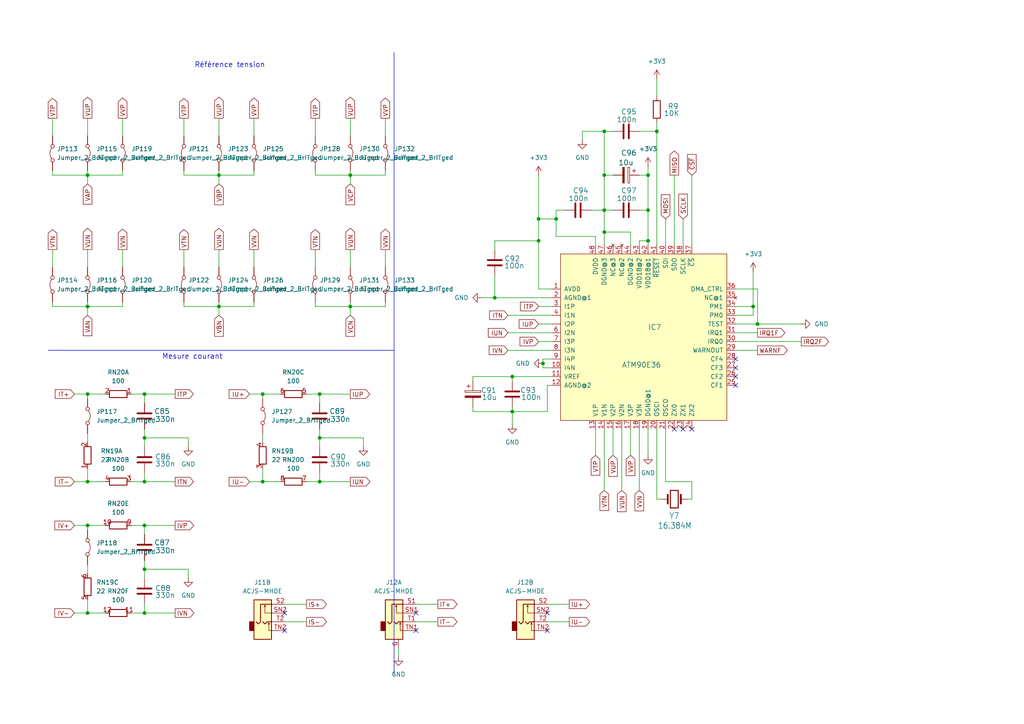
<source format=kicad_sch>
(kicad_sch (version 20231120) (generator "eeschema") (generator_version "8.0")
  (paper "A4")
  (lib_symbols
    (symbol "Connector_Audio:AudioJack2_Dual_Ground_Switch"
      (property "Reference" "J" (at 0 11.43 0))
      (property "Value" "AudioJack2_Dual_Ground_Switch" (at 0 8.89 0))
      (symbol "AudioJack2_Dual_Ground_Switch_1_1"
        (pin passive line (at 0 -7.62 90) (length 2.54) (name "~") (number "G"))
        (pin passive line (at 5.08 5.08 180) (length 2.54) (name "~") (number "S1"))
        (pin passive line (at 5.08 2.54 180) (length 2.54) (name "~") (number "SN1"))
        (pin passive line (at 5.08 0 180) (length 2.54) (name "~") (number "T1"))
        (pin passive line (at 5.08 -2.54 180) (length 2.54) (name "~") (number "TN1"))
      )
      (symbol "AudioJack2_Dual_Ground_Switch_2_1"
        (pin passive line (at 5.08 5.08 180) (length 2.54) (name "~") (number "S2"))
        (pin passive line (at 5.08 2.54 180) (length 2.54) (name "~") (number "SN2"))
        (pin passive line (at 5.08 0 180) (length 2.54) (name "~") (number "T2"))
        (pin passive line (at 5.08 -2.54 180) (length 2.54) (name "~") (number "TN2"))
      )
    )
    (symbol "Device:C" (pin_numbers hide) (pin_names (offset 0.254))
      (property "Reference" "C" (at 0.635 2.54 0))
      (property "Value" "C" (at 0.635 -2.54 0))
      (symbol "C_1_1"
        (pin passive line (at 0 3.81 270) (length 2.794) (name "~") (number "1"))
        (pin passive line (at 0 -3.81 90) (length 2.794) (name "~") (number "2"))
      )
    )
    (symbol "Device:C_Polarized" (pin_numbers hide) (pin_names (offset 0.254))
      (property "Reference" "C" (at 0.635 2.54 0))
      (property "Value" "C_Polarized" (at 0.635 -2.54 0))
      (symbol "C_Polarized_1_1"
        (pin passive line (at 0 3.81 270) (length 2.794) (name "~") (number "1"))
        (pin passive line (at 0 -3.81 90) (length 2.794) (name "~") (number "2"))
      )
    )
    (symbol "Device:Crystal" (pin_numbers hide) (pin_names (offset 1.016) hide)
      (property "Reference" "Y" (at 0 3.81 0))
      (property "Value" "Crystal" (at 0 -3.81 0))
      (symbol "Crystal_1_1"
        (pin passive line (at -3.81 0 0) (length 1.27) (name "1") (number "1"))
        (pin passive line (at 3.81 0 180) (length 1.27) (name "2") (number "2"))
      )
    )
    (symbol "Device:R" (pin_numbers hide) (pin_names (offset 0))
      (property "Reference" "R" (at 2.032 0 90))
      (property "Value" "R" (at 0 0 90))
      (symbol "R_1_1"
        (pin passive line (at 0 3.81 270) (length 1.27) (name "~") (number "1"))
        (pin passive line (at 0 -3.81 90) (length 1.27) (name "~") (number "2"))
      )
    )
    (symbol "Device:R_Pack03_SIP_Split" (pin_names (offset 0) hide)
      (property "Reference" "RN" (at 2.032 0 90))
      (property "Value" "R_Pack03_SIP_Split" (at 0 0 90))
      (symbol "R_Pack03_SIP_Split_1_1"
        (pin passive line (at 0 -3.81 90) (length 1.27) (name "R1.1") (number "1"))
        (pin passive line (at 0 3.81 270) (length 1.27) (name "R1.2") (number "2"))
      )
      (symbol "R_Pack03_SIP_Split_2_1"
        (pin passive line (at 0 -3.81 90) (length 1.27) (name "R2.1") (number "3"))
        (pin passive line (at 0 3.81 270) (length 1.27) (name "R2.2") (number "4"))
      )
      (symbol "R_Pack03_SIP_Split_3_1"
        (pin passive line (at 0 -3.81 90) (length 1.27) (name "R3.1") (number "5"))
        (pin passive line (at 0 3.81 270) (length 1.27) (name "R3.2") (number "6"))
      )
    )
    (symbol "Device:R_Pack06_SIP_Split" (pin_names (offset 0) hide)
      (property "Reference" "RN" (at 2.032 0 90))
      (property "Value" "R_Pack06_SIP_Split" (at 0 0 90))
      (symbol "R_Pack06_SIP_Split_1_1"
        (pin passive line (at 0 -3.81 90) (length 1.27) (name "R1.1") (number "1"))
        (pin passive line (at 0 3.81 270) (length 1.27) (name "R1.2") (number "2"))
      )
      (symbol "R_Pack06_SIP_Split_2_1"
        (pin passive line (at 0 -3.81 90) (length 1.27) (name "R2.1") (number "3"))
        (pin passive line (at 0 3.81 270) (length 1.27) (name "R2.2") (number "4"))
      )
      (symbol "R_Pack06_SIP_Split_3_1"
        (pin passive line (at 0 -3.81 90) (length 1.27) (name "R3.1") (number "5"))
        (pin passive line (at 0 3.81 270) (length 1.27) (name "R3.2") (number "6"))
      )
      (symbol "R_Pack06_SIP_Split_4_1"
        (pin passive line (at 0 -3.81 90) (length 1.27) (name "R4.1") (number "7"))
        (pin passive line (at 0 3.81 270) (length 1.27) (name "R4.2") (number "8"))
      )
      (symbol "R_Pack06_SIP_Split_5_1"
        (pin passive line (at 0 3.81 270) (length 1.27) (name "R5.2") (number "10"))
        (pin passive line (at 0 -3.81 90) (length 1.27) (name "R5.1") (number "9"))
      )
      (symbol "R_Pack06_SIP_Split_6_1"
        (pin passive line (at 0 -3.81 90) (length 1.27) (name "R6.1") (number "11"))
        (pin passive line (at 0 3.81 270) (length 1.27) (name "R6.2") (number "12"))
      )
    )
    (symbol "Jumper:Jumper_2_Bridged" (pin_numbers hide) (pin_names (offset 0) hide) (exclude_from_sim yes)
      (property "Reference" "JP" (at 0 1.905 0))
      (property "Value" "Jumper_2_Bridged" (at 0 -2.54 0))
      (symbol "Jumper_2_Bridged_1_1"
        (pin passive line (at -5.08 0 0) (length 2.54) (name "A") (number "1"))
        (pin passive line (at 5.08 0 180) (length 2.54) (name "B") (number "2"))
      )
    )
    (symbol "User_Lib_IC:ATM90E36" (pin_names (offset 1.016))
      (property "Reference" "IC?" (at 0.254 1.524 0))
      (property "Value" "ATM90E36" (at -5.588 -5.08 0))
      (symbol "ATM90E36_1_0"
        (pin power_in line (at -27.94 12.7 0) (length 2.54) (name "AVDD") (number "1"))
        (pin input line (at -27.94 -10.16 0) (length 2.54) (name "I4N") (number "10"))
        (pin bidirectional line (at -27.94 -12.7 0) (length 2.54) (name "VREF") (number "11"))
        (pin power_in line (at -27.94 -15.24 0) (length 2.54) (name "AGND@2") (number "12"))
        (pin input line (at -15.24 -27.94 90) (length 2.54) (name "V1P") (number "13"))
        (pin input line (at -12.7 -27.94 90) (length 2.54) (name "V1N") (number "14"))
        (pin input line (at -10.16 -27.94 90) (length 2.54) (name "V2P") (number "15"))
        (pin input line (at -7.62 -27.94 90) (length 2.54) (name "V2N") (number "16"))
        (pin input line (at -5.08 -27.94 90) (length 2.54) (name "V3P") (number "17"))
        (pin input line (at -2.54 -27.94 90) (length 2.54) (name "V3N") (number "18"))
        (pin power_in line (at 0 -27.94 90) (length 2.54) (name "DGND@1") (number "19"))
        (pin power_in line (at -27.94 10.16 0) (length 2.54) (name "AGND@1") (number "2"))
        (pin input line (at 2.54 -27.94 90) (length 2.54) (name "OSCI") (number "20"))
        (pin output line (at 5.08 -27.94 90) (length 2.54) (name "OSCO") (number "21"))
        (pin output line (at 7.62 -27.94 90) (length 2.54) (name "ZX0") (number "22"))
        (pin output line (at 10.16 -27.94 90) (length 2.54) (name "ZX1") (number "23"))
        (pin output line (at 12.7 -27.94 90) (length 2.54) (name "ZX2") (number "24"))
        (pin output line (at 25.4 -15.24 180) (length 2.54) (name "CF1") (number "25"))
        (pin output line (at 25.4 -12.7 180) (length 2.54) (name "CF2") (number "26"))
        (pin output line (at 25.4 -10.16 180) (length 2.54) (name "CF3") (number "27"))
        (pin output line (at 25.4 -7.62 180) (length 2.54) (name "CF4") (number "28"))
        (pin output line (at 25.4 -5.08 180) (length 2.54) (name "WARNOUT") (number "29"))
        (pin input line (at -27.94 7.62 0) (length 2.54) (name "I1P") (number "3"))
        (pin output line (at 25.4 -2.54 180) (length 2.54) (name "IRQ0") (number "30"))
        (pin output line (at 25.4 0 180) (length 2.54) (name "IRQ1") (number "31"))
        (pin power_in line (at 25.4 2.54 180) (length 2.54) (name "TEST") (number "32"))
        (pin input line (at 25.4 5.08 180) (length 2.54) (name "PM0") (number "33"))
        (pin input line (at 25.4 7.62 180) (length 2.54) (name "PM1") (number "34"))
        (pin no_connect line (at 25.4 10.16 180) (length 2.54) (name "NC@1") (number "35"))
        (pin input line (at 25.4 12.7 180) (length 2.54) (name "DMA_CTRL") (number "36"))
        (pin input line (at 12.7 25.4 270) (length 2.54) (name "~{CS}") (number "37"))
        (pin input line (at 10.16 25.4 270) (length 2.54) (name "SCLK") (number "38"))
        (pin output line (at 7.62 25.4 270) (length 2.54) (name "SDO") (number "39"))
        (pin input line (at -27.94 5.08 0) (length 2.54) (name "I1N") (number "4"))
        (pin input line (at 5.08 25.4 270) (length 2.54) (name "SDI") (number "40"))
        (pin input line (at 2.54 25.4 270) (length 2.54) (name "~{RESET}") (number "41"))
        (pin power_in line (at 0 25.4 270) (length 2.54) (name "VDD18@1") (number "42"))
        (pin power_in line (at -2.54 25.4 270) (length 2.54) (name "VDD18@2") (number "43"))
        (pin power_in line (at -5.08 25.4 270) (length 2.54) (name "DGND@2") (number "44"))
        (pin no_connect line (at -7.62 25.4 270) (length 2.54) (name "NC@2") (number "45"))
        (pin no_connect line (at -10.16 25.4 270) (length 2.54) (name "NC@3") (number "46"))
        (pin power_in line (at -12.7 25.4 270) (length 2.54) (name "DGND@3") (number "47"))
        (pin power_in line (at -15.24 25.4 270) (length 2.54) (name "DVDD") (number "48"))
        (pin input line (at -27.94 2.54 0) (length 2.54) (name "I2P") (number "5"))
        (pin input line (at -27.94 0 0) (length 2.54) (name "I2N") (number "6"))
        (pin input line (at -27.94 -2.54 0) (length 2.54) (name "I3P") (number "7"))
        (pin input line (at -27.94 -5.08 0) (length 2.54) (name "I3N") (number "8"))
        (pin input line (at -27.94 -7.62 0) (length 2.54) (name "I4P") (number "9"))
      )
      (symbol "ATM90E36_1_1"
        (text_box "" (at -25.4 22.86 0) (size 48.26 -48.26) (fill (type color) (color 255 255 194 1)) (effects (font (size 1.27 1.27)) (justify left top)))
      )
    )
    (symbol "power:+3V3" (power) (pin_numbers hide) (pin_names (offset 0) hide)
      (property "Value" "+3V3" (at 0 3.556 0))
      (symbol "+3V3_1_1"
        (pin power_in line (at 0 0 90) (length 0) (name "~") (number "1"))
      )
    )
    (symbol "power:GND" (power) (pin_numbers hide) (pin_names (offset 0) hide)
      (property "Value" "GND" (at 0 -3.81 0))
      (symbol "GND_1_1"
        (pin power_in line (at 0 0 270) (length 0) (name "~") (number "1"))
      )
    )
  )
  (junction (at 76.2 114.3))
  (junction (at 175.26 38.1))
  (junction (at 156.21 69.85))
  (junction (at 76.2 139.7))
  (junction (at 92.71 114.3))
  (junction (at 92.71 127))
  (junction (at 25.4 177.8))
  (junction (at 148.59 119.38))
  (junction (at 175.26 60.96))
  (junction (at 25.4 152.4))
  (junction (at 175.26 67.31))
  (junction (at 63.5 50.8))
  (junction (at 187.96 50.8))
  (junction (at 148.59 109.22))
  (junction (at 161.29 63.5))
  (junction (at 25.4 50.8))
  (junction (at 157.48 105.41))
  (junction (at 218.44 88.9))
  (junction (at 143.51 86.36))
  (junction (at 63.5 88.9))
  (junction (at 25.4 114.3))
  (junction (at 175.26 50.8))
  (junction (at 190.5 38.1))
  (junction (at 92.71 139.7))
  (junction (at 41.91 165.1))
  (junction (at 25.4 139.7))
  (junction (at 41.91 114.3))
  (junction (at 25.4 88.9))
  (junction (at 187.96 69.85))
  (junction (at 41.91 177.8))
  (junction (at 41.91 139.7))
  (junction (at 101.6 88.9))
  (junction (at 101.6 50.8))
  (junction (at 219.71 93.98))
  (junction (at 41.91 127))
  (junction (at 187.96 60.96))
  (junction (at 156.21 63.5))
  (junction (at 41.91 152.4))
  (no_connect (at 200.66 124.46))
  (no_connect (at 213.36 104.14))
  (no_connect (at 213.36 111.76))
  (no_connect (at 120.65 177.8))
  (no_connect (at 198.12 124.46))
  (no_connect (at 213.36 106.68))
  (no_connect (at 213.36 109.22))
  (no_connect (at 158.75 177.8))
  (no_connect (at 195.58 124.46))
  (no_connect (at 158.75 182.88))
  (no_connect (at 82.55 177.8))
  (no_connect (at 82.55 182.88))
  (no_connect (at 120.65 182.88))
  (wire (pts (xy 25.4 34.29) (xy 25.4 39.37)))
  (wire (pts (xy 25.4 50.8) (xy 25.4 53.34)))
  (wire (pts (xy 35.56 72.39) (xy 35.56 77.47)))
  (wire (pts (xy 21.59 114.3) (xy 25.4 114.3)))
  (wire (pts (xy 15.24 49.53) (xy 15.24 50.8)))
  (wire (pts (xy 175.26 60.96) (xy 177.8 60.96)))
  (wire (pts (xy 195.58 71.12) (xy 195.58 50.8)))
  (wire (pts (xy 187.96 50.8) (xy 187.96 60.96)))
  (wire (pts (xy 156.21 99.06) (xy 160.02 99.06)))
  (wire (pts (xy 156.21 69.85) (xy 156.21 83.82)))
  (wire (pts (xy 92.71 114.3) (xy 101.6 114.3)))
  (wire (pts (xy 92.71 139.7) (xy 101.6 139.7)))
  (wire (pts (xy 158.75 119.38) (xy 158.75 111.76)))
  (wire (pts (xy 15.24 88.9) (xy 25.4 88.9)))
  (wire (pts (xy 175.26 67.31) (xy 182.88 67.31)))
  (wire (pts (xy 41.91 127) (xy 41.91 129.54)))
  (wire (pts (xy 190.5 38.1) (xy 185.42 38.1)))
  (wire (pts (xy 101.6 50.8) (xy 111.76 50.8)))
  (wire (pts (xy 160.02 104.14) (xy 157.48 104.14)))
  (wire (pts (xy 182.88 67.31) (xy 182.88 71.12)))
  (wire (pts (xy 143.51 86.36) (xy 160.02 86.36)))
  (wire (pts (xy 91.44 50.8) (xy 101.6 50.8)))
  (wire (pts (xy 76.2 135.89) (xy 76.2 139.7)))
  (wire (pts (xy 175.26 38.1) (xy 177.8 38.1)))
  (wire (pts (xy 185.42 60.96) (xy 187.96 60.96)))
  (wire (pts (xy 187.96 60.96) (xy 187.96 69.85)))
  (wire (pts (xy 158.75 111.76) (xy 160.02 111.76)))
  (wire (pts (xy 41.91 114.3) (xy 50.8 114.3)))
  (wire (pts (xy 218.44 91.44) (xy 213.36 91.44)))
  (wire (pts (xy 101.6 50.8) (xy 101.6 49.53)))
  (wire (pts (xy 101.6 88.9) (xy 101.6 87.63)))
  (wire (pts (xy 190.5 22.86) (xy 190.5 27.94)))
  (wire (pts (xy 35.56 50.8) (xy 35.56 49.53)))
  (wire (pts (xy 193.04 71.12) (xy 193.04 63.5)))
  (wire (pts (xy 156.21 50.8) (xy 156.21 63.5)))
  (wire (pts (xy 25.4 88.9) (xy 25.4 91.44)))
  (wire (pts (xy 157.48 106.68) (xy 157.48 105.41)))
  (wire (pts (xy 35.56 88.9) (xy 35.56 87.63)))
  (wire (pts (xy 213.36 99.06) (xy 232.41 99.06)))
  (wire (pts (xy 219.71 93.98) (xy 232.41 93.98)))
  (wire (pts (xy 213.36 93.98) (xy 219.71 93.98)))
  (wire (pts (xy 161.29 60.96) (xy 161.29 63.5)))
  (wire (pts (xy 53.34 72.39) (xy 53.34 77.47)))
  (wire (pts (xy 63.5 50.8) (xy 63.5 49.53)))
  (wire (pts (xy 148.59 109.22) (xy 148.59 110.49)))
  (wire (pts (xy 148.59 109.22) (xy 137.16 109.22)))
  (wire (pts (xy 63.5 88.9) (xy 63.5 87.63)))
  (wire (pts (xy 25.4 135.89) (xy 25.4 139.7)))
  (polyline (pts (xy 114.3 15.24) (xy 114.3 195.58)))
  (wire (pts (xy 120.65 175.26) (xy 127 175.26)))
  (wire (pts (xy 54.61 165.1) (xy 54.61 167.64)))
  (wire (pts (xy 101.6 50.8) (xy 101.6 53.34)))
  (wire (pts (xy 25.4 139.7) (xy 21.59 139.7)))
  (wire (pts (xy 41.91 152.4) (xy 50.8 152.4)))
  (wire (pts (xy 143.51 80.01) (xy 143.51 86.36)))
  (wire (pts (xy 25.4 50.8) (xy 25.4 49.53)))
  (wire (pts (xy 38.1 139.7) (xy 41.91 139.7)))
  (wire (pts (xy 25.4 125.73) (xy 25.4 128.27)))
  (polyline (pts (xy 13.97 101.6) (xy 114.3 101.6)))
  (wire (pts (xy 41.91 162.56) (xy 41.91 165.1)))
  (wire (pts (xy 187.96 124.46) (xy 187.96 132.08)))
  (wire (pts (xy 190.5 124.46) (xy 190.5 144.78)))
  (wire (pts (xy 143.51 69.85) (xy 156.21 69.85)))
  (wire (pts (xy 200.66 71.12) (xy 200.66 50.8)))
  (wire (pts (xy 25.4 177.8) (xy 30.48 177.8)))
  (wire (pts (xy 148.59 119.38) (xy 158.75 119.38)))
  (wire (pts (xy 73.66 72.39) (xy 73.66 77.47)))
  (wire (pts (xy 82.55 180.34) (xy 88.9 180.34)))
  (wire (pts (xy 25.4 177.8) (xy 21.59 177.8)))
  (wire (pts (xy 91.44 88.9) (xy 101.6 88.9)))
  (wire (pts (xy 185.42 142.24) (xy 185.42 124.46)))
  (wire (pts (xy 63.5 72.39) (xy 63.5 77.47)))
  (wire (pts (xy 213.36 83.82) (xy 219.71 83.82)))
  (wire (pts (xy 15.24 72.39) (xy 15.24 77.47)))
  (wire (pts (xy 172.72 124.46) (xy 172.72 132.08)))
  (wire (pts (xy 199.39 144.78) (xy 200.66 144.78)))
  (wire (pts (xy 180.34 142.24) (xy 180.34 124.46)))
  (wire (pts (xy 25.4 152.4) (xy 25.4 153.67)))
  (wire (pts (xy 111.76 50.8) (xy 111.76 49.53)))
  (wire (pts (xy 25.4 152.4) (xy 30.48 152.4)))
  (wire (pts (xy 101.6 88.9) (xy 111.76 88.9)))
  (wire (pts (xy 63.5 88.9) (xy 63.5 91.44)))
  (wire (pts (xy 158.75 180.34) (xy 165.1 180.34)))
  (wire (pts (xy 72.39 114.3) (xy 76.2 114.3)))
  (wire (pts (xy 82.55 175.26) (xy 88.9 175.26)))
  (wire (pts (xy 218.44 78.74) (xy 218.44 88.9)))
  (wire (pts (xy 218.44 88.9) (xy 218.44 91.44)))
  (wire (pts (xy 175.26 38.1) (xy 175.26 50.8)))
  (wire (pts (xy 190.5 35.56) (xy 190.5 38.1)))
  (wire (pts (xy 91.44 87.63) (xy 91.44 88.9)))
  (wire (pts (xy 182.88 124.46) (xy 182.88 132.08)))
  (wire (pts (xy 41.91 124.46) (xy 41.91 127)))
  (wire (pts (xy 148.59 119.38) (xy 148.59 123.19)))
  (wire (pts (xy 175.26 124.46) (xy 175.26 142.24)))
  (wire (pts (xy 15.24 87.63) (xy 15.24 88.9)))
  (wire (pts (xy 53.34 87.63) (xy 53.34 88.9)))
  (wire (pts (xy 25.4 114.3) (xy 25.4 115.57)))
  (wire (pts (xy 25.4 50.8) (xy 35.56 50.8)))
  (wire (pts (xy 53.34 49.53) (xy 53.34 50.8)))
  (wire (pts (xy 177.8 124.46) (xy 177.8 132.08)))
  (wire (pts (xy 63.5 34.29) (xy 63.5 39.37)))
  (wire (pts (xy 156.21 88.9) (xy 160.02 88.9)))
  (wire (pts (xy 213.36 88.9) (xy 218.44 88.9)))
  (wire (pts (xy 25.4 72.39) (xy 25.4 77.47)))
  (wire (pts (xy 21.59 152.4) (xy 25.4 152.4)))
  (wire (pts (xy 92.71 124.46) (xy 92.71 127)))
  (wire (pts (xy 76.2 125.73) (xy 76.2 128.27)))
  (wire (pts (xy 148.59 109.22) (xy 160.02 109.22)))
  (wire (pts (xy 38.1 152.4) (xy 41.91 152.4)))
  (wire (pts (xy 92.71 127) (xy 105.41 127)))
  (wire (pts (xy 200.66 144.78) (xy 200.66 139.7)))
  (wire (pts (xy 137.16 119.38) (xy 148.59 119.38)))
  (wire (pts (xy 53.34 50.8) (xy 63.5 50.8)))
  (wire (pts (xy 101.6 34.29) (xy 101.6 39.37)))
  (wire (pts (xy 92.71 114.3) (xy 92.71 116.84)))
  (wire (pts (xy 157.48 104.14) (xy 157.48 105.41)))
  (wire (pts (xy 105.41 127) (xy 105.41 129.54)))
  (wire (pts (xy 91.44 72.39) (xy 91.44 77.47)))
  (wire (pts (xy 160.02 106.68) (xy 157.48 106.68)))
  (wire (pts (xy 193.04 124.46) (xy 193.04 139.7)))
  (wire (pts (xy 91.44 34.29) (xy 91.44 39.37)))
  (wire (pts (xy 185.42 69.85) (xy 187.96 69.85)))
  (wire (pts (xy 25.4 114.3) (xy 30.48 114.3)))
  (wire (pts (xy 76.2 114.3) (xy 76.2 115.57)))
  (wire (pts (xy 161.29 63.5) (xy 161.29 68.58)))
  (wire (pts (xy 158.75 175.26) (xy 165.1 175.26)))
  (wire (pts (xy 76.2 114.3) (xy 81.28 114.3)))
  (wire (pts (xy 35.56 34.29) (xy 35.56 39.37)))
  (wire (pts (xy 63.5 50.8) (xy 73.66 50.8)))
  (wire (pts (xy 15.24 50.8) (xy 25.4 50.8)))
  (wire (pts (xy 198.12 71.12) (xy 198.12 63.5)))
  (wire (pts (xy 115.57 187.96) (xy 115.57 190.5)))
  (wire (pts (xy 111.76 88.9) (xy 111.76 87.63)))
  (wire (pts (xy 148.59 118.11) (xy 148.59 119.38)))
  (wire (pts (xy 38.1 114.3) (xy 41.91 114.3)))
  (wire (pts (xy 63.5 88.9) (xy 73.66 88.9)))
  (wire (pts (xy 73.66 34.29) (xy 73.66 39.37)))
  (wire (pts (xy 147.32 101.6) (xy 160.02 101.6)))
  (wire (pts (xy 41.91 114.3) (xy 41.91 116.84)))
  (wire (pts (xy 161.29 68.58) (xy 172.72 68.58)))
  (wire (pts (xy 185.42 69.85) (xy 185.42 71.12)))
  (wire (pts (xy 200.66 139.7) (xy 193.04 139.7)))
  (wire (pts (xy 53.34 88.9) (xy 63.5 88.9)))
  (wire (pts (xy 38.1 177.8) (xy 41.91 177.8)))
  (wire (pts (xy 156.21 63.5) (xy 156.21 69.85)))
  (wire (pts (xy 175.26 60.96) (xy 175.26 50.8)))
  (wire (pts (xy 175.26 60.96) (xy 175.26 67.31)))
  (wire (pts (xy 120.65 180.34) (xy 127 180.34)))
  (wire (pts (xy 187.96 50.8) (xy 185.42 50.8)))
  (wire (pts (xy 73.66 50.8) (xy 73.66 49.53)))
  (wire (pts (xy 219.71 83.82) (xy 219.71 93.98)))
  (wire (pts (xy 190.5 144.78) (xy 191.77 144.78)))
  (wire (pts (xy 41.91 152.4) (xy 41.91 154.94)))
  (wire (pts (xy 25.4 173.99) (xy 25.4 177.8)))
  (wire (pts (xy 41.91 137.16) (xy 41.91 139.7)))
  (wire (pts (xy 73.66 88.9) (xy 73.66 87.63)))
  (wire (pts (xy 88.9 114.3) (xy 92.71 114.3)))
  (wire (pts (xy 76.2 139.7) (xy 81.28 139.7)))
  (wire (pts (xy 190.5 71.12) (xy 190.5 38.1)))
  (wire (pts (xy 111.76 34.29) (xy 111.76 39.37)))
  (wire (pts (xy 41.91 165.1) (xy 54.61 165.1)))
  (wire (pts (xy 187.96 48.26) (xy 187.96 50.8)))
  (wire (pts (xy 41.91 127) (xy 54.61 127)))
  (wire (pts (xy 156.21 63.5) (xy 161.29 63.5)))
  (wire (pts (xy 147.32 91.44) (xy 160.02 91.44)))
  (wire (pts (xy 41.91 165.1) (xy 41.91 167.64)))
  (wire (pts (xy 54.61 127) (xy 54.61 129.54)))
  (wire (pts (xy 139.7 86.36) (xy 143.51 86.36)))
  (wire (pts (xy 175.26 71.12) (xy 175.26 67.31)))
  (wire (pts (xy 41.91 177.8) (xy 50.8 177.8)))
  (wire (pts (xy 213.36 96.52) (xy 219.71 96.52)))
  (wire (pts (xy 76.2 139.7) (xy 72.39 139.7)))
  (wire (pts (xy 53.34 34.29) (xy 53.34 39.37)))
  (wire (pts (xy 137.16 109.22) (xy 137.16 110.49)))
  (wire (pts (xy 92.71 137.16) (xy 92.71 139.7)))
  (wire (pts (xy 143.51 69.85) (xy 143.51 72.39)))
  (wire (pts (xy 171.45 60.96) (xy 175.26 60.96)))
  (wire (pts (xy 41.91 139.7) (xy 50.8 139.7)))
  (wire (pts (xy 63.5 50.8) (xy 63.5 53.34)))
  (wire (pts (xy 25.4 88.9) (xy 25.4 87.63)))
  (wire (pts (xy 111.76 72.39) (xy 111.76 77.47)))
  (wire (pts (xy 156.21 83.82) (xy 160.02 83.82)))
  (wire (pts (xy 137.16 118.11) (xy 137.16 119.38)))
  (wire (pts (xy 92.71 127) (xy 92.71 129.54)))
  (wire (pts (xy 25.4 88.9) (xy 35.56 88.9)))
  (wire (pts (xy 156.21 93.98) (xy 160.02 93.98)))
  (wire (pts (xy 101.6 88.9) (xy 101.6 91.44)))
  (wire (pts (xy 187.96 69.85) (xy 187.96 71.12)))
  (wire (pts (xy 15.24 34.29) (xy 15.24 39.37)))
  (wire (pts (xy 41.91 175.26) (xy 41.91 177.8)))
  (wire (pts (xy 25.4 163.83) (xy 25.4 166.37)))
  (wire (pts (xy 172.72 68.58) (xy 172.72 71.12)))
  (wire (pts (xy 101.6 72.39) (xy 101.6 77.47)))
  (wire (pts (xy 147.32 96.52) (xy 160.02 96.52)))
  (wire (pts (xy 168.91 40.64) (xy 168.91 38.1)))
  (wire (pts (xy 91.44 49.53) (xy 91.44 50.8)))
  (wire (pts (xy 25.4 139.7) (xy 30.48 139.7)))
  (wire (pts (xy 213.36 101.6) (xy 219.71 101.6)))
  (wire (pts (xy 175.26 50.8) (xy 177.8 50.8)))
  (wire (pts (xy 168.91 38.1) (xy 175.26 38.1)))
  (wire (pts (xy 88.9 139.7) (xy 92.71 139.7)))
  (wire (pts (xy 163.83 60.96) (xy 161.29 60.96)))
  (text "Référence tension" (at 56.388 19.812 0) (effects (font (size 1.4986 1.4986)) (justify left bottom)))
  (text "Mesure courant" (at 46.99 104.394 0) (effects (font (size 1.4986 1.4986)) (justify left bottom)))
  (global_label "MISO" (shape output) (at 195.58 50.8 90) (property "Intersheetrefs" "${INTERSHEET_REFS}" (effects (hide yes))))
  (global_label "IV-" (shape input) (at 21.59 177.8 180) (property "Intersheetrefs" "${INTERSHEET_REFS}" (effects (hide yes))))
  (global_label "VVN" (shape output) (at 73.66 72.39 90) (property "Intersheetrefs" "${INTERSHEET_REFS}" (effects (hide yes))))
  (global_label "VVP" (shape output) (at 111.76 34.29 90) (property "Intersheetrefs" "${INTERSHEET_REFS}" (effects (hide yes))))
  (global_label "IS+" (shape output) (at 88.9 175.26 0) (property "Intersheetrefs" "${INTERSHEET_REFS}" (effects (hide yes))))
  (global_label "IT-" (shape output) (at 127 180.34 0) (property "Intersheetrefs" "${INTERSHEET_REFS}" (effects (hide yes))))
  (global_label "ITN" (shape input) (at 147.32 91.44 180) (property "Intersheetrefs" "${INTERSHEET_REFS}" (effects (hide yes))))
  (global_label "VUP" (shape output) (at 101.6 34.29 90) (property "Intersheetrefs" "${INTERSHEET_REFS}" (effects (hide yes))))
  (global_label "VAP" (shape input) (at 25.4 53.34 270) (property "Intersheetrefs" "${INTERSHEET_REFS}" (effects (hide yes))))
  (global_label "IU-" (shape input) (at 72.39 139.7 180) (property "Intersheetrefs" "${INTERSHEET_REFS}" (effects (hide yes))))
  (global_label "IVP" (shape input) (at 156.21 99.06 180) (property "Intersheetrefs" "${INTERSHEET_REFS}" (effects (hide yes))))
  (global_label "VCP" (shape input) (at 101.6 53.34 270) (property "Intersheetrefs" "${INTERSHEET_REFS}" (effects (hide yes))))
  (global_label "VUN" (shape output) (at 25.4 72.39 90) (property "Intersheetrefs" "${INTERSHEET_REFS}" (effects (hide yes))))
  (global_label "VVN" (shape output) (at 35.56 72.39 90) (property "Intersheetrefs" "${INTERSHEET_REFS}" (effects (hide yes))))
  (global_label "SCLK" (shape input) (at 198.12 63.5 90) (property "Intersheetrefs" "${INTERSHEET_REFS}" (effects (hide yes))))
  (global_label "IS-" (shape output) (at 88.9 180.34 0) (property "Intersheetrefs" "${INTERSHEET_REFS}" (effects (hide yes))))
  (global_label "IU+" (shape input) (at 72.39 114.3 180) (property "Intersheetrefs" "${INTERSHEET_REFS}" (effects (hide yes))))
  (global_label "ITN" (shape output) (at 50.8 139.7 0) (property "Intersheetrefs" "${INTERSHEET_REFS}" (effects (hide yes))))
  (global_label "MOSI" (shape input) (at 193.04 63.5 90) (property "Intersheetrefs" "${INTERSHEET_REFS}" (effects (hide yes))))
  (global_label "VVN" (shape input) (at 185.42 142.24 270) (property "Intersheetrefs" "${INTERSHEET_REFS}" (effects (hide yes))))
  (global_label "VCN" (shape input) (at 101.6 91.44 270) (property "Intersheetrefs" "${INTERSHEET_REFS}" (effects (hide yes))))
  (global_label "VTN" (shape input) (at 175.26 142.24 270) (property "Intersheetrefs" "${INTERSHEET_REFS}" (effects (hide yes))))
  (global_label "IVN" (shape output) (at 50.8 177.8 0) (property "Intersheetrefs" "${INTERSHEET_REFS}" (effects (hide yes))))
  (global_label "VAN" (shape input) (at 25.4 91.44 270) (property "Intersheetrefs" "${INTERSHEET_REFS}" (effects (hide yes))))
  (global_label "IUN" (shape output) (at 101.6 139.7 0) (property "Intersheetrefs" "${INTERSHEET_REFS}" (effects (hide yes))))
  (global_label "ITP" (shape input) (at 156.21 88.9 180) (property "Intersheetrefs" "${INTERSHEET_REFS}" (effects (hide yes))))
  (global_label "VVN" (shape output) (at 111.76 72.39 90) (property "Intersheetrefs" "${INTERSHEET_REFS}" (effects (hide yes))))
  (global_label "VVP" (shape output) (at 73.66 34.29 90) (property "Intersheetrefs" "${INTERSHEET_REFS}" (effects (hide yes))))
  (global_label "VUP" (shape output) (at 25.4 34.29 90) (property "Intersheetrefs" "${INTERSHEET_REFS}" (effects (hide yes))))
  (global_label "IVN" (shape input) (at 147.32 101.6 180) (property "Intersheetrefs" "${INTERSHEET_REFS}" (effects (hide yes))))
  (global_label "VTP" (shape output) (at 91.44 34.29 90) (property "Intersheetrefs" "${INTERSHEET_REFS}" (effects (hide yes))))
  (global_label "IRQ1F" (shape output) (at 219.71 96.52 0) (property "Intersheetrefs" "${INTERSHEET_REFS}" (effects (hide yes))))
  (global_label "IT-" (shape input) (at 21.59 139.7 180) (property "Intersheetrefs" "${INTERSHEET_REFS}" (effects (hide yes))))
  (global_label "VTP" (shape output) (at 53.34 34.29 90) (property "Intersheetrefs" "${INTERSHEET_REFS}" (effects (hide yes))))
  (global_label "VTN" (shape output) (at 53.34 72.39 90) (property "Intersheetrefs" "${INTERSHEET_REFS}" (effects (hide yes))))
  (global_label "IUP" (shape input) (at 156.21 93.98 180) (property "Intersheetrefs" "${INTERSHEET_REFS}" (effects (hide yes))))
  (global_label "VVP" (shape input) (at 182.88 132.08 270) (property "Intersheetrefs" "${INTERSHEET_REFS}" (effects (hide yes))))
  (global_label "VUP" (shape output) (at 63.5 34.29 90) (property "Intersheetrefs" "${INTERSHEET_REFS}" (effects (hide yes))))
  (global_label "VUN" (shape input) (at 180.34 142.24 270) (property "Intersheetrefs" "${INTERSHEET_REFS}" (effects (hide yes))))
  (global_label "IU+" (shape output) (at 165.1 175.26 0) (property "Intersheetrefs" "${INTERSHEET_REFS}" (effects (hide yes))))
  (global_label "VTP" (shape input) (at 172.72 132.08 270) (property "Intersheetrefs" "${INTERSHEET_REFS}" (effects (hide yes))))
  (global_label "IT+" (shape output) (at 127 175.26 0) (property "Intersheetrefs" "${INTERSHEET_REFS}" (effects (hide yes))))
  (global_label "VUP" (shape input) (at 177.8 132.08 270) (property "Intersheetrefs" "${INTERSHEET_REFS}" (effects (hide yes))))
  (global_label "IRQ2F" (shape output) (at 232.41 99.06 0) (property "Intersheetrefs" "${INTERSHEET_REFS}" (effects (hide yes))))
  (global_label "VTN" (shape output) (at 15.24 72.39 90) (property "Intersheetrefs" "${INTERSHEET_REFS}" (effects (hide yes))))
  (global_label "VTP" (shape output) (at 15.24 34.29 90) (property "Intersheetrefs" "${INTERSHEET_REFS}" (effects (hide yes))))
  (global_label "IU-" (shape output) (at 165.1 180.34 0) (property "Intersheetrefs" "${INTERSHEET_REFS}" (effects (hide yes))))
  (global_label "ITP" (shape output) (at 50.8 114.3 0) (property "Intersheetrefs" "${INTERSHEET_REFS}" (effects (hide yes))))
  (global_label "WARNF" (shape output) (at 219.71 101.6 0) (property "Intersheetrefs" "${INTERSHEET_REFS}" (effects (hide yes))))
  (global_label "IT+" (shape input) (at 21.59 114.3 180) (property "Intersheetrefs" "${INTERSHEET_REFS}" (effects (hide yes))))
  (global_label "VBN" (shape input) (at 63.5 91.44 270) (property "Intersheetrefs" "${INTERSHEET_REFS}" (effects (hide yes))))
  (global_label "IVP" (shape output) (at 50.8 152.4 0) (property "Intersheetrefs" "${INTERSHEET_REFS}" (effects (hide yes))))
  (global_label "VVP" (shape output) (at 35.56 34.29 90) (property "Intersheetrefs" "${INTERSHEET_REFS}" (effects (hide yes))))
  (global_label "VUN" (shape output) (at 101.6 72.39 90) (property "Intersheetrefs" "${INTERSHEET_REFS}" (effects (hide yes))))
  (global_label "VTN" (shape output) (at 91.44 72.39 90) (property "Intersheetrefs" "${INTERSHEET_REFS}" (effects (hide yes))))
  (global_label "VBP" (shape input) (at 63.5 53.34 270) (property "Intersheetrefs" "${INTERSHEET_REFS}" (effects (hide yes))))
  (global_label "~{CSF}" (shape input) (at 200.66 50.8 90) (property "Intersheetrefs" "${INTERSHEET_REFS}" (effects (hide yes))))
  (global_label "IUP" (shape output) (at 101.6 114.3 0) (property "Intersheetrefs" "${INTERSHEET_REFS}" (effects (hide yes))))
  (global_label "IUN" (shape input) (at 147.32 96.52 180) (property "Intersheetrefs" "${INTERSHEET_REFS}" (effects (hide yes))))
  (global_label "IV+" (shape input) (at 21.59 152.4 180) (property "Intersheetrefs" "${INTERSHEET_REFS}" (effects (hide yes))))
  (global_label "VUN" (shape output) (at 63.5 72.39 90) (property "Intersheetrefs" "${INTERSHEET_REFS}" (effects (hide yes))))
  (symbol (lib_id "Jumper:Jumper_2_Bridged") (at 101.6 44.45 270) (unit 1) (exclude_from_sim yes)
    (property "Reference" "JP130" (at 104.14 43.1799 90) (effects (justify left)))
    (property "Value" "Jumper_2_BrITged" (at 104.14 45.7199 90) (effects (justify left)))
    (property "Footprint" "Connector_PinSocket_2.54mm:PinSocket_1x02_P2.54mm_Vertical" (effects (hide yes)))
    (property "Description" "Jumper, 2-pole, closed/bridged" (effects (hide yes)))
  )
  (symbol (lib_id "Device:C") (at 41.91 158.75 0) (unit 1)
    (property "Reference" "C87" (at 44.704 158.242 0) (effects (font (size 1.4986 1.4986)) (justify left bottom)))
    (property "Value" "330n" (at 44.958 160.528 0) (effects (font (size 1.4986 1.4986)) (justify left bottom)))
    (property "Footprint" "Capacitor_SMD:C_1812_4532Metric_Pad1.57x3.40mm_HandSolder" (effects (hide yes)))
    (property "Description" "Unpolarized capacitor" (effects (hide yes)))
    (property "manf#" "C0603C183K5RACTU" (effects (hide yes)))
  )
  (symbol (lib_id "Device:C_Polarized") (at 181.61 50.8 270) (unit 1)
    (property "Reference" "C96" (at 180.086 45.212 90) (effects (font (size 1.4986 1.4986)) (justify left bottom)))
    (property "Value" "10u" (at 179.324 48.006 90) (effects (font (size 1.4986 1.4986)) (justify left bottom)))
    (property "Footprint" "Capacitor_SMD:CP_Elec_3x5.3" (effects (hide yes)))
    (property "Description" "Polarized capacitor" (effects (hide yes)))
    (property "manf#" "GRM21BR61E106MA73L" (effects (hide yes)))
  )
  (symbol (lib_id "Jumper:Jumper_2_Bridged") (at 25.4 158.75 270) (unit 1) (exclude_from_sim yes)
    (property "Reference" "JP118" (at 27.94 157.4799 90) (effects (justify left)))
    (property "Value" "Jumper_2_BrITged" (at 27.94 160.0199 90) (effects (justify left)))
    (property "Footprint" "Connector_PinSocket_2.54mm:PinSocket_1x02_P2.54mm_Vertical" (effects (hide yes)))
    (property "Description" "Jumper, 2-pole, closed/bridged" (effects (hide yes)))
  )
  (symbol (lib_id "power:GND") (at 115.57 190.5 0) (unit 1)
    (property "Reference" "#PWR0106" (effects (hide yes)))
    (property "Value" "GND" (at 115.57 195.58 0))
    (property "Description" "Power symbol creates a global label with name \"GND\" , ground" (effects (hide yes)))
  )
  (symbol (lib_id "Jumper:Jumper_2_Bridged") (at 53.34 82.55 90) (unit 1) (exclude_from_sim yes)
    (property "Reference" "JP122" (at 54.61 81.2799 90) (effects (justify right)))
    (property "Value" "Jumper_2_BrITged" (at 54.61 83.8199 90) (effects (justify right)))
    (property "Footprint" "Connector_PinSocket_2.54mm:PinSocket_1x02_P2.54mm_Vertical" (effects (hide yes)))
    (property "Description" "Jumper, 2-pole, closed/bridged" (effects (hide yes)))
  )
  (symbol (lib_id "Jumper:Jumper_2_Bridged") (at 73.66 82.55 270) (unit 1) (exclude_from_sim yes)
    (property "Reference" "JP126" (at 76.2 81.2799 90) (effects (justify left)))
    (property "Value" "Jumper_2_BrITged" (at 76.2 83.8199 90) (effects (justify left)))
    (property "Footprint" "Connector_PinSocket_2.54mm:PinSocket_1x02_P2.54mm_Vertical" (effects (hide yes)))
    (property "Description" "Jumper, 2-pole, closed/bridged" (effects (hide yes)))
  )
  (symbol (lib_id "Jumper:Jumper_2_Bridged") (at 111.76 82.55 270) (unit 1) (exclude_from_sim yes)
    (property "Reference" "JP133" (at 114.3 81.2799 90) (effects (justify left)))
    (property "Value" "Jumper_2_BrITged" (at 114.3 83.8199 90) (effects (justify left)))
    (property "Footprint" "Connector_PinSocket_2.54mm:PinSocket_1x02_P2.54mm_Vertical" (effects (hide yes)))
    (property "Description" "Jumper, 2-pole, closed/bridged" (effects (hide yes)))
  )
  (symbol (lib_id "Jumper:Jumper_2_Bridged") (at 76.2 120.65 270) (unit 1) (exclude_from_sim yes)
    (property "Reference" "JP127" (at 78.74 119.3799 90) (effects (justify left)))
    (property "Value" "Jumper_2_BrITged" (at 78.74 121.9199 90) (effects (justify left)))
    (property "Footprint" "Connector_PinSocket_2.54mm:PinSocket_1x02_P2.54mm_Vertical" (effects (hide yes)))
    (property "Description" "Jumper, 2-pole, closed/bridged" (effects (hide yes)))
  )
  (symbol (lib_id "Device:C") (at 167.64 60.96 270) (unit 1)
    (property "Reference" "C94" (at 166.116 56.134 90) (effects (font (size 1.4986 1.4986)) (justify left bottom)))
    (property "Value" "100n" (at 164.846 58.42 90) (effects (font (size 1.4986 1.4986)) (justify left bottom)))
    (property "Footprint" "Capacitor_SMD:C_1812_4532Metric_Pad1.57x3.40mm_HandSolder" (effects (hide yes)))
    (property "Description" "Unpolarized capacitor" (effects (hide yes)))
    (property "manf#" "C0603C104K5RAC3190" (effects (hide yes)))
  )
  (symbol (lib_id "Device:R_Pack06_SIP_Split") (at 34.29 139.7 90) (unit 2)
    (property "Reference" "RN20" (at 34.29 133.35 90))
    (property "Value" "100" (at 34.29 135.89 90))
    (property "Footprint" "Resistor_THT:R_Array_SIP12" (effects (hide yes)))
    (property "Datasheet" "http://www.vishay.com/docs/31509/csc.pdf" (effects (hide yes)))
    (property "Description" "6 resistor network, parallel topology, SIP package, split" (effects (hide yes)))
  )
  (symbol (lib_id "Device:R") (at 190.5 31.75 180) (unit 1)
    (property "Reference" "R9" (at 196.85 29.972 0) (effects (font (size 1.4986 1.4986)) (justify left bottom)))
    (property "Value" "10K" (at 197.104 32.004 0) (effects (font (size 1.4986 1.4986)) (justify left bottom)))
    (property "Footprint" "Resistor_SMD:R_1210_3225Metric_Pad1.30x2.65mm_HandSolder" (effects (hide yes)))
    (property "Description" "Resistor" (effects (hide yes)))
    (property "manf#" "RC0603JR-0710KL" (effects (hide yes)))
  )
  (symbol (lib_id "Device:R_Pack06_SIP_Split") (at 85.09 139.7 90) (unit 4)
    (property "Reference" "RN20" (at 85.09 133.35 90))
    (property "Value" "100" (at 85.09 135.89 90))
    (property "Footprint" "Resistor_THT:R_Array_SIP12" (effects (hide yes)))
    (property "Datasheet" "http://www.vishay.com/docs/31509/csc.pdf" (effects (hide yes)))
    (property "Description" "6 resistor network, parallel topology, SIP package, split" (effects (hide yes)))
  )
  (symbol (lib_id "Device:Crystal") (at 195.58 144.78 0) (unit 1)
    (property "Reference" "Y7" (at 194.056 150.622 0) (effects (font (size 1.778 1.5113)) (justify left bottom)))
    (property "Value" "16.384M" (at 190.754 153.416 0) (effects (font (size 1.778 1.5113)) (justify left bottom)))
    (property "Footprint" "Crystal:Crystal_SMD_HC49-SD_HandSoldering" (effects (hide yes)))
    (property "Description" "Two pin crystal" (effects (hide yes)))
    (property "Type" "Abracon FC4SDCBMF25.0-T1" (effects (hide yes)))
  )
  (symbol (lib_id "Jumper:Jumper_2_Bridged") (at 25.4 120.65 270) (unit 1) (exclude_from_sim yes)
    (property "Reference" "JP117" (at 27.94 119.3799 90) (effects (justify left)))
    (property "Value" "Jumper_2_BrITged" (at 27.94 121.9199 90) (effects (justify left)))
    (property "Footprint" "Connector_PinSocket_2.54mm:PinSocket_1x02_P2.54mm_Vertical" (effects (hide yes)))
    (property "Description" "Jumper, 2-pole, closed/bridged" (effects (hide yes)))
  )
  (symbol (lib_id "Device:R_Pack06_SIP_Split") (at 34.29 177.8 90) (unit 6)
    (property "Reference" "RN20" (at 34.29 171.45 90))
    (property "Value" "100" (at 34.29 173.99 90))
    (property "Footprint" "Resistor_THT:R_Array_SIP12" (effects (hide yes)))
    (property "Datasheet" "http://www.vishay.com/docs/31509/csc.pdf" (effects (hide yes)))
    (property "Description" "6 resistor network, parallel topology, SIP package, split" (effects (hide yes)))
  )
  (symbol (lib_id "Jumper:Jumper_2_Bridged") (at 25.4 82.55 270) (unit 1) (exclude_from_sim yes)
    (property "Reference" "JP116" (at 27.94 81.2799 90) (effects (justify left)))
    (property "Value" "Jumper_2_BrITged" (at 27.94 83.8199 90) (effects (justify left)))
    (property "Footprint" "Connector_PinSocket_2.54mm:PinSocket_1x02_P2.54mm_Vertical" (effects (hide yes)))
    (property "Description" "Jumper, 2-pole, closed/bridged" (effects (hide yes)))
  )
  (symbol (lib_id "Device:R_Pack06_SIP_Split") (at 85.09 114.3 90) (unit 3)
    (property "Reference" "RN20" (at 85.09 107.95 90))
    (property "Value" "100" (at 85.09 110.49 90))
    (property "Footprint" "Resistor_THT:R_Array_SIP12" (effects (hide yes)))
    (property "Datasheet" "http://www.vishay.com/docs/31509/csc.pdf" (effects (hide yes)))
    (property "Description" "6 resistor network, parallel topology, SIP package, split" (effects (hide yes)))
  )
  (symbol (lib_id "Jumper:Jumper_2_Bridged") (at 25.4 44.45 270) (unit 1) (exclude_from_sim yes)
    (property "Reference" "JP115" (at 27.94 43.1799 90) (effects (justify left)))
    (property "Value" "Jumper_2_BrITged" (at 27.94 45.7199 90) (effects (justify left)))
    (property "Footprint" "Connector_PinSocket_2.54mm:PinSocket_1x02_P2.54mm_Vertical" (effects (hide yes)))
    (property "Description" "Jumper, 2-pole, closed/bridged" (effects (hide yes)))
  )
  (symbol (lib_id "Device:C_Polarized") (at 137.16 114.3 0) (unit 1)
    (property "Reference" "C91" (at 139.446 114.046 0) (effects (font (size 1.4986 1.4986)) (justify left bottom)))
    (property "Value" "10u" (at 139.7 116.078 0) (effects (font (size 1.4986 1.4986)) (justify left bottom)))
    (property "Footprint" "Capacitor_SMD:CP_Elec_3x5.3" (effects (hide yes)))
    (property "Description" "Polarized capacitor" (effects (hide yes)))
    (property "manf#" "GRM21BR61E106MA73L" (effects (hide yes)))
  )
  (symbol (lib_id "Device:R_Pack03_SIP_Split") (at 25.4 170.18 0) (unit 3)
    (property "Reference" "RN19" (at 27.94 168.9099 0) (effects (justify left)))
    (property "Value" "22" (at 27.94 171.4499 0) (effects (justify left)))
    (property "Footprint" "Resistor_THT:R_Array_SIP6" (effects (hide yes)))
    (property "Datasheet" "http://www.vishay.com/docs/31509/csc.pdf" (effects (hide yes)))
    (property "Description" "3 resistor network, parallel topology, SIP package, split" (effects (hide yes)))
  )
  (symbol (lib_id "Jumper:Jumper_2_Bridged") (at 63.5 82.55 270) (unit 1) (exclude_from_sim yes)
    (property "Reference" "JP124" (at 66.04 81.2799 90) (effects (justify left)))
    (property "Value" "Jumper_2_BrITged" (at 66.04 83.8199 90) (effects (justify left)))
    (property "Footprint" "Connector_PinSocket_2.54mm:PinSocket_1x02_P2.54mm_Vertical" (effects (hide yes)))
    (property "Description" "Jumper, 2-pole, closed/bridged" (effects (hide yes)))
  )
  (symbol (lib_id "power:GND") (at 54.61 129.54 0) (unit 1)
    (property "Reference" "#PWR0103" (effects (hide yes)))
    (property "Value" "GND" (at 54.61 134.62 0))
    (property "Description" "Power symbol creates a global label with name \"GND\" , ground" (effects (hide yes)))
  )
  (symbol (lib_id "Device:C") (at 148.59 114.3 0) (unit 1)
    (property "Reference" "C93" (at 150.876 114.046 0) (effects (font (size 1.4986 1.4986)) (justify left bottom)))
    (property "Value" "100n" (at 151.13 116.078 0) (effects (font (size 1.4986 1.4986)) (justify left bottom)))
    (property "Footprint" "Capacitor_SMD:C_1812_4532Metric_Pad1.57x3.40mm_HandSolder" (effects (hide yes)))
    (property "Description" "Unpolarized capacitor" (effects (hide yes)))
    (property "manf#" "C0603C104K5RAC3190" (effects (hide yes)))
  )
  (symbol (lib_id "Jumper:Jumper_2_Bridged") (at 101.6 82.55 270) (unit 1) (exclude_from_sim yes)
    (property "Reference" "JP131" (at 104.14 81.2799 90) (effects (justify left)))
    (property "Value" "Jumper_2_BrITged" (at 104.14 83.8199 90) (effects (justify left)))
    (property "Footprint" "Connector_PinSocket_2.54mm:PinSocket_1x02_P2.54mm_Vertical" (effects (hide yes)))
    (property "Description" "Jumper, 2-pole, closed/bridged" (effects (hide yes)))
  )
  (symbol (lib_id "Connector_Audio:AudioJack2_Dual_Ground_Switch") (at 153.67 180.34 0) (unit 2)
    (property "Reference" "J12" (at 152.3365 168.91 0))
    (property "Value" "ACJS-MHDE" (at 152.3365 171.45 0))
    (property "Footprint" "Connector_PinSocket_2.54mm:PinSocket_1x02_P2.54mm_Vertical" (effects (hide yes)))
    (property "Description" "Audio Jack, Dual, 2 Poles (Mono / TS), Grounded Sleeve, Switched Pole (Normalling)" (effects (hide yes)))
  )
  (symbol (lib_id "Device:R_Pack06_SIP_Split") (at 34.29 152.4 90) (unit 5)
    (property "Reference" "RN20" (at 34.29 146.05 90))
    (property "Value" "100" (at 34.29 148.59 90))
    (property "Footprint" "Resistor_THT:R_Array_SIP12" (effects (hide yes)))
    (property "Datasheet" "http://www.vishay.com/docs/31509/csc.pdf" (effects (hide yes)))
    (property "Description" "6 resistor network, parallel topology, SIP package, split" (effects (hide yes)))
  )
  (symbol (lib_id "Jumper:Jumper_2_Bridged") (at 35.56 82.55 270) (unit 1) (exclude_from_sim yes)
    (property "Reference" "JP120" (at 38.1 81.2799 90) (effects (justify left)))
    (property "Value" "Jumper_2_BrITged" (at 38.1 83.8199 90) (effects (justify left)))
    (property "Footprint" "Connector_PinSocket_2.54mm:PinSocket_1x02_P2.54mm_Vertical" (effects (hide yes)))
    (property "Description" "Jumper, 2-pole, closed/bridged" (effects (hide yes)))
  )
  (symbol (lib_id "power:GND") (at 105.41 129.54 0) (unit 1)
    (property "Reference" "#PWR0105" (effects (hide yes)))
    (property "Value" "GND" (at 105.41 134.62 0))
    (property "Description" "Power symbol creates a global label with name \"GND\" , ground" (effects (hide yes)))
  )
  (symbol (lib_id "Device:C") (at 181.61 60.96 270) (unit 1)
    (property "Reference" "C97" (at 180.086 56.134 90) (effects (font (size 1.4986 1.4986)) (justify left bottom)))
    (property "Value" "100n" (at 178.816 58.42 90) (effects (font (size 1.4986 1.4986)) (justify left bottom)))
    (property "Footprint" "Capacitor_SMD:C_1812_4532Metric_Pad1.57x3.40mm_HandSolder" (effects (hide yes)))
    (property "Description" "Unpolarized capacitor" (effects (hide yes)))
    (property "manf#" "C0603C104K5RAC3190" (effects (hide yes)))
  )
  (symbol (lib_id "Jumper:Jumper_2_Bridged") (at 91.44 82.55 90) (unit 1) (exclude_from_sim yes)
    (property "Reference" "JP129" (at 92.71 81.2799 90) (effects (justify right)))
    (property "Value" "Jumper_2_BrITged" (at 92.71 83.8199 90) (effects (justify right)))
    (property "Footprint" "Connector_PinSocket_2.54mm:PinSocket_1x02_P2.54mm_Vertical" (effects (hide yes)))
    (property "Description" "Jumper, 2-pole, closed/bridged" (effects (hide yes)))
  )
  (symbol (lib_id "Device:C") (at 181.61 38.1 270) (unit 1)
    (property "Reference" "C95" (at 180.086 33.274 90) (effects (font (size 1.4986 1.4986)) (justify left bottom)))
    (property "Value" "100n" (at 178.816 35.56 90) (effects (font (size 1.4986 1.4986)) (justify left bottom)))
    (property "Footprint" "Capacitor_SMD:C_1812_4532Metric_Pad1.57x3.40mm_HandSolder" (effects (hide yes)))
    (property "Description" "Unpolarized capacitor" (effects (hide yes)))
    (property "manf#" "C0603C104K5RAC3190" (effects (hide yes)))
  )
  (symbol (lib_id "Connector_Audio:AudioJack2_Dual_Ground_Switch") (at 115.57 180.34 0) (unit 1)
    (property "Reference" "J12" (at 114.2365 168.91 0))
    (property "Value" "ACJS-MHDE" (at 114.2365 171.45 0))
    (property "Footprint" "Connector_PinSocket_2.54mm:PinSocket_1x02_P2.54mm_Vertical" (effects (hide yes)))
    (property "Description" "Audio Jack, Dual, 2 Poles (Mono / TS), Grounded Sleeve, Switched Pole (Normalling)" (effects (hide yes)))
  )
  (symbol (lib_id "power:GND") (at 168.91 40.64 0) (unit 1)
    (property "Reference" "#PWR0111" (effects (hide yes)))
    (property "Value" "GND" (at 168.91 45.72 0))
    (property "Description" "Power symbol creates a global label with name \"GND\" , ground" (effects (hide yes)))
  )
  (symbol (lib_id "power:+3V3") (at 187.96 48.26 0) (unit 1)
    (property "Reference" "#PWR0112" (effects (hide yes)))
    (property "Value" "+3V3" (at 187.96 43.18 0))
    (property "Description" "Power symbol creates a global label with name \"+3V3\"" (effects (hide yes)))
  )
  (symbol (lib_id "Device:C") (at 92.71 133.35 0) (unit 1)
    (property "Reference" "C90" (at 95.758 133.35 0) (effects (font (size 1.4986 1.4986)) (justify left bottom)))
    (property "Value" "330n" (at 95.758 135.382 0) (effects (font (size 1.4986 1.4986)) (justify left bottom)))
    (property "Footprint" "Capacitor_SMD:C_1812_4532Metric_Pad1.57x3.40mm_HandSolder" (effects (hide yes)))
    (property "Description" "Unpolarized capacitor" (effects (hide yes)))
    (property "manf#" "C0603C183K5RACTU" (effects (hide yes)))
  )
  (symbol (lib_id "power:GND") (at 232.41 93.98 90) (unit 1)
    (property "Reference" "#PWR0116" (effects (hide yes)))
    (property "Value" "GND" (at 236.22 93.9799 90) (effects (justify right)))
    (property "Description" "Power symbol creates a global label with name \"GND\" , ground" (effects (hide yes)))
  )
  (symbol (lib_id "Connector_Audio:AudioJack2_Dual_Ground_Switch") (at 77.47 180.34 0) (unit 2)
    (property "Reference" "J11" (at 76.1365 168.91 0))
    (property "Value" "ACJS-MHDE" (at 76.1365 171.45 0))
    (property "Footprint" "Connector_PinSocket_2.54mm:PinSocket_1x02_P2.54mm_Vertical" (effects (hide yes)))
    (property "Description" "Audio Jack, Dual, 2 Poles (Mono / TS), Grounded Sleeve, Switched Pole (Normalling)" (effects (hide yes)))
  )
  (symbol (lib_id "Device:R_Pack06_SIP_Split") (at 34.29 114.3 90) (unit 1)
    (property "Reference" "RN20" (at 34.29 107.95 90))
    (property "Value" "100" (at 34.29 110.49 90))
    (property "Footprint" "Resistor_THT:R_Array_SIP12" (effects (hide yes)))
    (property "Datasheet" "http://www.vishay.com/docs/31509/csc.pdf" (effects (hide yes)))
    (property "Description" "6 resistor network, parallel topology, SIP package, split" (effects (hide yes)))
  )
  (symbol (lib_id "power:+3V3") (at 218.44 78.74 0) (unit 1)
    (property "Reference" "#PWR0115" (effects (hide yes)))
    (property "Value" "+3V3" (at 218.44 73.66 0))
    (property "Description" "Power symbol creates a global label with name \"+3V3\"" (effects (hide yes)))
  )
  (symbol (lib_id "Jumper:Jumper_2_Bridged") (at 73.66 44.45 270) (unit 1) (exclude_from_sim yes)
    (property "Reference" "JP125" (at 76.2 43.1799 90) (effects (justify left)))
    (property "Value" "Jumper_2_BrITged" (at 76.2 45.7199 90) (effects (justify left)))
    (property "Footprint" "Connector_PinSocket_2.54mm:PinSocket_1x02_P2.54mm_Vertical" (effects (hide yes)))
    (property "Description" "Jumper, 2-pole, closed/bridged" (effects (hide yes)))
  )
  (symbol (lib_id "Device:C") (at 41.91 171.45 0) (unit 1)
    (property "Reference" "C88" (at 44.958 171.45 0) (effects (font (size 1.4986 1.4986)) (justify left bottom)))
    (property "Value" "330n" (at 44.958 173.482 0) (effects (font (size 1.4986 1.4986)) (justify left bottom)))
    (property "Footprint" "Capacitor_SMD:C_1812_4532Metric_Pad1.57x3.40mm_HandSolder" (effects (hide yes)))
    (property "Description" "Unpolarized capacitor" (effects (hide yes)))
    (property "manf#" "C0603C183K5RACTU" (effects (hide yes)))
  )
  (symbol (lib_id "Device:C") (at 143.51 76.2 180) (unit 1)
    (property "Reference" "C92" (at 150.876 74.168 0) (effects (font (size 1.4986 1.4986)) (justify left bottom)))
    (property "Value" "100n" (at 152.146 76.2 0) (effects (font (size 1.4986 1.4986)) (justify left bottom)))
    (property "Footprint" "Capacitor_SMD:C_1812_4532Metric_Pad1.57x3.40mm_HandSolder" (effects (hide yes)))
    (property "Description" "Unpolarized capacitor" (effects (hide yes)))
    (property "manf#" "C0603C104K5RAC3190" (effects (hide yes)))
  )
  (symbol (lib_id "Jumper:Jumper_2_Bridged") (at 35.56 44.45 270) (unit 1) (exclude_from_sim yes)
    (property "Reference" "JP119" (at 38.1 43.1799 90) (effects (justify left)))
    (property "Value" "Jumper_2_BrITged" (at 38.1 45.7199 90) (effects (justify left)))
    (property "Footprint" "Connector_PinSocket_2.54mm:PinSocket_1x02_P2.54mm_Vertical" (effects (hide yes)))
    (property "Description" "Jumper, 2-pole, closed/bridged" (effects (hide yes)))
  )
  (symbol (lib_id "Device:C") (at 41.91 133.35 0) (unit 1)
    (property "Reference" "C86" (at 44.958 133.35 0) (effects (font (size 1.4986 1.4986)) (justify left bottom)))
    (property "Value" "330n" (at 44.958 135.382 0) (effects (font (size 1.4986 1.4986)) (justify left bottom)))
    (property "Footprint" "Capacitor_SMD:C_1812_4532Metric_Pad1.57x3.40mm_HandSolder" (effects (hide yes)))
    (property "Description" "Unpolarized capacitor" (effects (hide yes)))
    (property "manf#" "C0603C183K5RACTU" (effects (hide yes)))
  )
  (symbol (lib_id "Jumper:Jumper_2_Bridged") (at 53.34 44.45 90) (unit 1) (exclude_from_sim yes)
    (property "Reference" "JP121" (at 54.61 43.1799 90) (effects (justify right)))
    (property "Value" "Jumper_2_BrITged" (at 54.61 45.7199 90) (effects (justify right)))
    (property "Footprint" "Connector_PinSocket_2.54mm:PinSocket_1x02_P2.54mm_Vertical" (effects (hide yes)))
    (property "Description" "Jumper, 2-pole, closed/bridged" (effects (hide yes)))
  )
  (symbol (lib_id "power:GND") (at 54.61 167.64 0) (unit 1)
    (property "Reference" "#PWR0104" (effects (hide yes)))
    (property "Value" "GND" (at 54.61 172.72 0))
    (property "Description" "Power symbol creates a global label with name \"GND\" , ground" (effects (hide yes)))
  )
  (symbol (lib_id "power:GND") (at 148.59 123.19 0) (unit 1)
    (property "Reference" "#PWR0108" (effects (hide yes)))
    (property "Value" "GND" (at 148.59 128.27 0))
    (property "Description" "Power symbol creates a global label with name \"GND\" , ground" (effects (hide yes)))
  )
  (symbol (lib_id "User_Lib_IC:ATM90E36") (at 187.96 96.52 0) (unit 1)
    (property "Reference" "IC7" (at 187.96 95.758 0) (effects (font (size 1.4986 1.4986)) (justify left bottom)))
    (property "Value" "ATM90E36" (at 180.34 106.68 0) (effects (font (size 1.4986 1.4986)) (justify left bottom)))
    (property "Footprint" "Package_QFP:TQFP-48_7x7mm_P0.5mm" (effects (hide yes)))
    (property "manf#" "	ATM90E36A-AU-R" (effects (hide yes)))
  )
  (symbol (lib_id "Jumper:Jumper_2_Bridged") (at 15.24 82.55 90) (unit 1) (exclude_from_sim yes)
    (property "Reference" "JP114" (at 16.51 81.2799 90) (effects (justify right)))
    (property "Value" "Jumper_2_BrITged" (at 16.51 83.8199 90) (effects (justify right)))
    (property "Footprint" "Connector_PinSocket_2.54mm:PinSocket_1x02_P2.54mm_Vertical" (effects (hide yes)))
    (property "Description" "Jumper, 2-pole, closed/bridged" (effects (hide yes)))
  )
  (symbol (lib_id "Device:C") (at 41.91 120.65 0) (unit 1)
    (property "Reference" "C85" (at 44.704 120.142 0) (effects (font (size 1.4986 1.4986)) (justify left bottom)))
    (property "Value" "330n" (at 44.958 122.428 0) (effects (font (size 1.4986 1.4986)) (justify left bottom)))
    (property "Footprint" "Capacitor_SMD:C_1812_4532Metric_Pad1.57x3.40mm_HandSolder" (effects (hide yes)))
    (property "Description" "Unpolarized capacitor" (effects (hide yes)))
    (property "manf#" "C0603C183K5RACTU" (effects (hide yes)))
  )
  (symbol (lib_id "Jumper:Jumper_2_Bridged") (at 111.76 44.45 270) (unit 1) (exclude_from_sim yes)
    (property "Reference" "JP132" (at 114.3 43.1799 90) (effects (justify left)))
    (property "Value" "Jumper_2_BrITged" (at 114.3 45.7199 90) (effects (justify left)))
    (property "Footprint" "Connector_PinSocket_2.54mm:PinSocket_1x02_P2.54mm_Vertical" (effects (hide yes)))
    (property "Description" "Jumper, 2-pole, closed/bridged" (effects (hide yes)))
  )
  (symbol (lib_id "Device:C") (at 92.71 120.65 0) (unit 1)
    (property "Reference" "C89" (at 95.504 120.142 0) (effects (font (size 1.4986 1.4986)) (justify left bottom)))
    (property "Value" "330n" (at 95.758 122.428 0) (effects (font (size 1.4986 1.4986)) (justify left bottom)))
    (property "Footprint" "Capacitor_SMD:C_1812_4532Metric_Pad1.57x3.40mm_HandSolder" (effects (hide yes)))
    (property "Description" "Unpolarized capacitor" (effects (hide yes)))
    (property "manf#" "C0603C183K5RACTU" (effects (hide yes)))
  )
  (symbol (lib_id "power:+3V3") (at 190.5 22.86 0) (unit 1)
    (property "Reference" "#PWR0114" (effects (hide yes)))
    (property "Value" "+3V3" (at 190.5 17.78 0))
    (property "Description" "Power symbol creates a global label with name \"+3V3\"" (effects (hide yes)))
  )
  (symbol (lib_id "power:GND") (at 157.48 105.41 270) (unit 1)
    (property "Reference" "#PWR0110" (effects (hide yes)))
    (property "Value" "GND" (at 153.67 105.4099 90) (effects (justify right)))
    (property "Description" "Power symbol creates a global label with name \"GND\" , ground" (effects (hide yes)))
  )
  (symbol (lib_id "power:GND") (at 139.7 86.36 270) (unit 1)
    (property "Reference" "#PWR0107" (effects (hide yes)))
    (property "Value" "GND" (at 135.89 86.3599 90) (effects (justify right)))
    (property "Description" "Power symbol creates a global label with name \"GND\" , ground" (effects (hide yes)))
  )
  (symbol (lib_id "Device:R_Pack03_SIP_Split") (at 25.4 132.08 0) (unit 1)
    (property "Reference" "RN19" (at 29.21 130.8099 0) (effects (justify left)))
    (property "Value" "22" (at 29.21 133.3499 0) (effects (justify left)))
    (property "Footprint" "Resistor_THT:R_Array_SIP6" (effects (hide yes)))
    (property "Datasheet" "http://www.vishay.com/docs/31509/csc.pdf" (effects (hide yes)))
    (property "Description" "3 resistor network, parallel topology, SIP package, split" (effects (hide yes)))
  )
  (symbol (lib_id "power:+3V3") (at 156.21 50.8 0) (unit 1)
    (property "Reference" "#PWR0109" (effects (hide yes)))
    (property "Value" "+3V3" (at 156.21 45.72 0))
    (property "Description" "Power symbol creates a global label with name \"+3V3\"" (effects (hide yes)))
  )
  (symbol (lib_id "power:GND") (at 187.96 132.08 0) (unit 1)
    (property "Reference" "#PWR0113" (effects (hide yes)))
    (property "Value" "GND" (at 187.96 137.16 0))
    (property "Description" "Power symbol creates a global label with name \"GND\" , ground" (effects (hide yes)))
  )
  (symbol (lib_id "Jumper:Jumper_2_Bridged") (at 15.24 44.45 90) (unit 1) (exclude_from_sim yes)
    (property "Reference" "JP113" (at 16.51 43.1799 90) (effects (justify right)))
    (property "Value" "Jumper_2_BrITged" (at 16.51 45.7199 90) (effects (justify right)))
    (property "Footprint" "Connector_PinSocket_2.54mm:PinSocket_1x02_P2.54mm_Vertical" (effects (hide yes)))
    (property "Description" "Jumper, 2-pole, closed/bridged" (effects (hide yes)))
  )
  (symbol (lib_id "Jumper:Jumper_2_Bridged") (at 63.5 44.45 270) (unit 1) (exclude_from_sim yes)
    (property "Reference" "JP123" (at 66.04 43.1799 90) (effects (justify left)))
    (property "Value" "Jumper_2_BrITged" (at 66.04 45.7199 90) (effects (justify left)))
    (property "Footprint" "Connector_PinSocket_2.54mm:PinSocket_1x02_P2.54mm_Vertical" (effects (hide yes)))
    (property "Description" "Jumper, 2-pole, closed/bridged" (effects (hide yes)))
  )
  (symbol (lib_id "Device:R_Pack03_SIP_Split") (at 76.2 132.08 0) (unit 2)
    (property "Reference" "RN19" (at 78.74 130.8099 0) (effects (justify left)))
    (property "Value" "22" (at 78.74 133.3499 0) (effects (justify left)))
    (property "Footprint" "Resistor_THT:R_Array_SIP6" (effects (hide yes)))
    (property "Datasheet" "http://www.vishay.com/docs/31509/csc.pdf" (effects (hide yes)))
    (property "Description" "3 resistor network, parallel topology, SIP package, split" (effects (hide yes)))
  )
  (symbol (lib_id "Jumper:Jumper_2_Bridged") (at 91.44 44.45 90) (unit 1) (exclude_from_sim yes)
    (property "Reference" "JP128" (at 92.71 43.1799 90) (effects (justify right)))
    (property "Value" "Jumper_2_BrITged" (at 92.71 45.7199 90) (effects (justify right)))
    (property "Footprint" "Connector_PinSocket_2.54mm:PinSocket_1x02_P2.54mm_Vertical" (effects (hide yes)))
    (property "Description" "Jumper, 2-pole, closed/bridged" (effects (hide yes)))
  )
)
</source>
